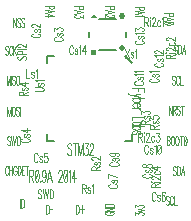
<source format=gto>
G04 DipTrace 2.4.0.2*
%INSTM32small.gto*%
%MOIN*%
%ADD17C,0.006*%
%ADD25O,0.0199X0.0172*%
%ADD35O,0.0189X0.0207*%
%ADD69C,0.0046*%
%ADD70C,0.0044*%
%ADD71C,0.0033*%
%FSLAX44Y44*%
G04*
G70*
G90*
G75*
G01*
%LNTopSilk*%
%LPD*%
D25*
X7862Y9515D3*
X7952Y9238D2*
D17*
X8188Y9001D1*
Y6639D2*
Y6403D1*
X7952D1*
X5353Y6639D2*
Y6403D1*
X5589D1*
Y9238D2*
X5353D1*
Y9001D1*
D35*
X7850Y10586D3*
G36*
X6976Y9265D2*
X6805D1*
Y9434D1*
X6976D1*
Y9265D1*
G37*
G36*
X7018Y10497D2*
X6905Y10639D1*
X6803Y10497D1*
X6799D1*
D1*
X7018D1*
G37*
X7659Y9442D2*
D17*
X7073D1*
X6768Y9894D2*
Y10040D1*
X7663Y10485D2*
X7073D1*
X7978Y10032D2*
Y9894D1*
X8842Y8505D2*
D69*
X8814Y8496D1*
X8785Y8479D1*
X8770Y8462D1*
Y8428D1*
X8785Y8410D1*
X8814Y8393D1*
X8842Y8384D1*
X8885Y8376D1*
X8957D1*
X9000Y8384D1*
X9029Y8393D1*
X9057Y8410D1*
X9072Y8428D1*
Y8462D1*
X9057Y8479D1*
X9029Y8496D1*
X9000Y8505D1*
X8914Y8655D2*
X8885Y8647D1*
X8871Y8621D1*
Y8595D1*
X8885Y8569D1*
X8914Y8560D1*
X8943Y8569D1*
X8957Y8586D1*
X8971Y8629D1*
X8986Y8647D1*
X9015Y8655D1*
X9029D1*
X9057Y8647D1*
X9072Y8621D1*
Y8595D1*
X9057Y8569D1*
X9029Y8560D1*
X8828Y8711D2*
X8814Y8728D1*
X8771Y8754D1*
X9072D1*
X4903Y9995D2*
X4875Y9987D1*
X4846Y9969D1*
X4832Y9952D1*
Y9918D1*
X4846Y9901D1*
X4875Y9884D1*
X4903Y9875D1*
X4947Y9866D1*
X5018D1*
X5061Y9875D1*
X5090Y9884D1*
X5119Y9901D1*
X5133Y9918D1*
Y9952D1*
X5119Y9969D1*
X5090Y9987D1*
X5061Y9995D1*
X4975Y10146D2*
X4947Y10137D1*
X4932Y10111D1*
Y10085D1*
X4947Y10059D1*
X4975Y10051D1*
X5004Y10059D1*
X5018Y10077D1*
X5033Y10120D1*
X5047Y10137D1*
X5076Y10146D1*
X5090D1*
X5119Y10137D1*
X5133Y10111D1*
Y10085D1*
X5119Y10059D1*
X5090Y10051D1*
X4904Y10210D2*
X4889D1*
X4861Y10219D1*
X4846Y10227D1*
X4832Y10244D1*
Y10279D1*
X4846Y10296D1*
X4861Y10304D1*
X4889Y10313D1*
X4918D1*
X4947Y10304D1*
X4990Y10287D1*
X5133Y10201D1*
Y10322D1*
X5645Y9872D2*
X5617Y9864D1*
X5588Y9846D1*
X5574Y9829D1*
Y9795D1*
X5588Y9778D1*
X5617Y9760D1*
X5645Y9752D1*
X5689Y9743D1*
X5760D1*
X5803Y9752D1*
X5832Y9760D1*
X5861Y9778D1*
X5875Y9795D1*
Y9829D1*
X5861Y9846D1*
X5832Y9864D1*
X5803Y9872D1*
X5717Y10023D2*
X5689Y10014D1*
X5674Y9988D1*
Y9962D1*
X5689Y9936D1*
X5717Y9928D1*
X5746Y9936D1*
X5760Y9954D1*
X5775Y9997D1*
X5789Y10014D1*
X5818Y10023D1*
X5832D1*
X5861Y10014D1*
X5875Y9988D1*
Y9962D1*
X5861Y9936D1*
X5832Y9928D1*
X5574Y10095D2*
Y10190D1*
X5689Y10138D1*
Y10164D1*
X5703Y10181D1*
X5717Y10190D1*
X5760Y10199D1*
X5789D1*
X5832Y10190D1*
X5861Y10173D1*
X5875Y10147D1*
Y10121D1*
X5861Y10095D1*
X5846Y10087D1*
X5818Y10078D1*
X4543Y6497D2*
X4514Y6488D1*
X4486Y6471D1*
X4471Y6454D1*
Y6419D1*
X4486Y6402D1*
X4514Y6385D1*
X4543Y6376D1*
X4586Y6368D1*
X4658D1*
X4701Y6376D1*
X4730Y6385D1*
X4758Y6402D1*
X4773Y6419D1*
Y6454D1*
X4758Y6471D1*
X4730Y6488D1*
X4701Y6497D1*
X4615Y6647D2*
X4586Y6639D1*
X4572Y6613D1*
Y6587D1*
X4586Y6561D1*
X4615Y6552D1*
X4643Y6561D1*
X4658Y6578D1*
X4672Y6621D1*
X4686Y6639D1*
X4715Y6647D1*
X4730D1*
X4758Y6639D1*
X4773Y6613D1*
Y6587D1*
X4758Y6561D1*
X4730Y6552D1*
X4773Y6789D2*
X4472D1*
X4672Y6703D1*
Y6832D1*
X5045Y5940D2*
X5037Y5968D1*
X5020Y5997D1*
X5002Y6012D1*
X4968D1*
X4951Y5997D1*
X4934Y5968D1*
X4925Y5940D1*
X4916Y5897D1*
Y5825D1*
X4925Y5782D1*
X4934Y5753D1*
X4951Y5725D1*
X4968Y5710D1*
X5002D1*
X5020Y5725D1*
X5037Y5753D1*
X5045Y5782D1*
X5196Y5868D2*
X5187Y5897D1*
X5161Y5911D1*
X5135D1*
X5110Y5897D1*
X5101Y5868D1*
X5110Y5839D1*
X5127Y5825D1*
X5170Y5811D1*
X5187Y5796D1*
X5196Y5768D1*
Y5753D1*
X5187Y5725D1*
X5161Y5710D1*
X5135D1*
X5110Y5725D1*
X5101Y5753D1*
X5355Y6011D2*
X5269D1*
X5260Y5882D1*
X5269Y5897D1*
X5294Y5911D1*
X5320D1*
X5346Y5897D1*
X5363Y5868D1*
X5372Y5825D1*
Y5796D1*
X5363Y5753D1*
X5346Y5724D1*
X5320Y5710D1*
X5294D1*
X5269Y5724D1*
X5260Y5739D1*
X5251Y5768D1*
X8973Y4646D2*
X8964Y4674D1*
X8947Y4703D1*
X8930Y4717D1*
X8895D1*
X8878Y4703D1*
X8861Y4674D1*
X8852Y4646D1*
X8844Y4603D1*
Y4531D1*
X8852Y4488D1*
X8861Y4459D1*
X8878Y4431D1*
X8895Y4416D1*
X8930D1*
X8947Y4431D1*
X8964Y4459D1*
X8973Y4488D1*
X9123Y4574D2*
X9114Y4603D1*
X9089Y4617D1*
X9063D1*
X9037Y4603D1*
X9028Y4574D1*
X9037Y4545D1*
X9054Y4531D1*
X9097Y4516D1*
X9114Y4502D1*
X9123Y4473D1*
Y4459D1*
X9114Y4431D1*
X9089Y4416D1*
X9063D1*
X9037Y4431D1*
X9028Y4459D1*
X9282Y4674D2*
X9273Y4703D1*
X9247Y4717D1*
X9230D1*
X9204Y4703D1*
X9187Y4660D1*
X9179Y4588D1*
Y4516D1*
X9187Y4459D1*
X9204Y4430D1*
X9230Y4416D1*
X9239D1*
X9264Y4430D1*
X9282Y4459D1*
X9290Y4502D1*
Y4516D1*
X9282Y4560D1*
X9264Y4588D1*
X9239Y4602D1*
X9230D1*
X9204Y4588D1*
X9187Y4560D1*
X9179Y4516D1*
X7469Y4974D2*
X7441Y4965D1*
X7412Y4948D1*
X7397Y4931D1*
Y4897D1*
X7412Y4879D1*
X7441Y4862D1*
X7469Y4853D1*
X7512Y4845D1*
X7584D1*
X7627Y4853D1*
X7656Y4862D1*
X7684Y4879D1*
X7699Y4897D1*
Y4931D1*
X7684Y4948D1*
X7656Y4965D1*
X7627Y4974D1*
X7541Y5124D2*
X7512Y5116D1*
X7498Y5090D1*
Y5064D1*
X7512Y5038D1*
X7541Y5030D1*
X7570Y5038D1*
X7584Y5055D1*
X7598Y5098D1*
X7613Y5116D1*
X7642Y5124D1*
X7656D1*
X7684Y5116D1*
X7699Y5090D1*
Y5064D1*
X7684Y5038D1*
X7656Y5030D1*
X7699Y5214D2*
X7398Y5300D1*
Y5180D1*
X8609Y5321D2*
X8581Y5313D1*
X8552Y5296D1*
X8538Y5279D1*
Y5244D1*
X8552Y5227D1*
X8581Y5210D1*
X8609Y5201D1*
X8653Y5192D1*
X8725D1*
X8767Y5201D1*
X8796Y5210D1*
X8825Y5227D1*
X8839Y5244D1*
Y5279D1*
X8825Y5296D1*
X8796Y5313D1*
X8767Y5321D1*
X8681Y5472D2*
X8653Y5463D1*
X8638Y5437D1*
Y5411D1*
X8653Y5386D1*
X8681Y5377D1*
X8710Y5386D1*
X8725Y5403D1*
X8739Y5446D1*
X8753Y5463D1*
X8782Y5472D1*
X8796D1*
X8825Y5463D1*
X8839Y5437D1*
Y5411D1*
X8825Y5386D1*
X8796Y5377D1*
X8538Y5570D2*
X8552Y5545D1*
X8581Y5536D1*
X8610D1*
X8638Y5545D1*
X8653Y5562D1*
X8667Y5596D1*
X8681Y5622D1*
X8710Y5639D1*
X8739Y5648D1*
X8782D1*
X8810Y5639D1*
X8825Y5631D1*
X8839Y5605D1*
Y5570D1*
X8825Y5545D1*
X8810Y5536D1*
X8782Y5527D1*
X8739D1*
X8710Y5536D1*
X8681Y5553D1*
X8667Y5579D1*
X8653Y5613D1*
X8638Y5631D1*
X8610Y5639D1*
X8581D1*
X8552Y5631D1*
X8538Y5605D1*
Y5570D1*
X7509Y5706D2*
X7481Y5698D1*
X7452Y5681D1*
X7437Y5663D1*
Y5629D1*
X7452Y5612D1*
X7481Y5595D1*
X7509Y5586D1*
X7552Y5577D1*
X7624D1*
X7667Y5586D1*
X7696Y5595D1*
X7724Y5612D1*
X7739Y5629D1*
Y5663D1*
X7724Y5681D1*
X7696Y5698D1*
X7667Y5706D1*
X7581Y5857D2*
X7552Y5848D1*
X7538Y5822D1*
Y5796D1*
X7552Y5771D1*
X7581Y5762D1*
X7610Y5771D1*
X7624Y5788D1*
X7638Y5831D1*
X7653Y5848D1*
X7682Y5857D1*
X7696D1*
X7724Y5848D1*
X7739Y5822D1*
Y5796D1*
X7724Y5771D1*
X7696Y5762D1*
X7538Y6024D2*
X7581Y6016D1*
X7610Y5998D1*
X7624Y5973D1*
Y5964D1*
X7610Y5938D1*
X7581Y5921D1*
X7538Y5912D1*
X7524D1*
X7481Y5921D1*
X7452Y5938D1*
X7438Y5964D1*
Y5973D1*
X7452Y5998D1*
X7481Y6016D1*
X7538Y6024D1*
X7610D1*
X7682Y6016D1*
X7725Y5998D1*
X7739Y5973D1*
Y5955D1*
X7725Y5930D1*
X7696Y5921D1*
X8725Y6222D2*
X8716Y6250D1*
X8699Y6279D1*
X8682Y6293D1*
X8647D1*
X8630Y6279D1*
X8613Y6250D1*
X8604Y6222D1*
X8595Y6179D1*
Y6107D1*
X8604Y6064D1*
X8613Y6035D1*
X8630Y6007D1*
X8647Y5992D1*
X8682D1*
X8699Y6007D1*
X8716Y6035D1*
X8725Y6064D1*
X8875Y6150D2*
X8866Y6179D1*
X8840Y6193D1*
X8815D1*
X8789Y6179D1*
X8780Y6150D1*
X8789Y6121D1*
X8806Y6107D1*
X8849Y6092D1*
X8866Y6078D1*
X8875Y6049D1*
Y6035D1*
X8866Y6007D1*
X8840Y5992D1*
X8815D1*
X8789Y6007D1*
X8780Y6035D1*
X8930Y6236D2*
X8948Y6250D1*
X8974Y6293D1*
Y5992D1*
X9081Y6293D2*
X9055Y6279D1*
X9038Y6236D1*
X9029Y6164D1*
Y6121D1*
X9038Y6049D1*
X9055Y6006D1*
X9081Y5992D1*
X9098D1*
X9124Y6006D1*
X9141Y6049D1*
X9150Y6121D1*
Y6164D1*
X9141Y6236D1*
X9124Y6279D1*
X9098Y6293D1*
X9081D1*
X9141Y6236D2*
X9038Y6049D1*
X8331Y8407D2*
X8302Y8398D1*
X8273Y8381D1*
X8259Y8364D1*
Y8329D1*
X8273Y8312D1*
X8302Y8295D1*
X8331Y8286D1*
X8374Y8278D1*
X8446D1*
X8489Y8286D1*
X8517Y8295D1*
X8546Y8312D1*
X8561Y8329D1*
Y8364D1*
X8546Y8381D1*
X8517Y8398D1*
X8489Y8407D1*
X8403Y8557D2*
X8374Y8549D1*
X8360Y8523D1*
Y8497D1*
X8374Y8471D1*
X8403Y8462D1*
X8431Y8471D1*
X8446Y8488D1*
X8460Y8531D1*
X8474Y8549D1*
X8503Y8557D1*
X8517D1*
X8546Y8549D1*
X8561Y8523D1*
Y8497D1*
X8546Y8471D1*
X8517Y8462D1*
X8317Y8613D2*
X8302Y8630D1*
X8259Y8656D1*
X8561D1*
X8317Y8711D2*
X8302Y8729D1*
X8259Y8755D1*
X8561D1*
X9000Y9017D2*
X8972Y9009D1*
X8943Y8991D1*
X8929Y8974D1*
Y8940D1*
X8943Y8923D1*
X8972Y8905D1*
X9000Y8897D1*
X9043Y8888D1*
X9115D1*
X9158Y8897D1*
X9187Y8905D1*
X9215Y8923D1*
X9230Y8940D1*
Y8974D1*
X9215Y8991D1*
X9187Y9009D1*
X9158Y9017D1*
X9072Y9168D2*
X9043Y9159D1*
X9029Y9133D1*
Y9107D1*
X9043Y9081D1*
X9072Y9073D1*
X9101Y9081D1*
X9115Y9099D1*
X9130Y9142D1*
X9144Y9159D1*
X9173Y9168D1*
X9187D1*
X9215Y9159D1*
X9230Y9133D1*
Y9107D1*
X9215Y9081D1*
X9187Y9073D1*
X8986Y9223D2*
X8972Y9240D1*
X8929Y9266D1*
X9230D1*
X9001Y9331D2*
X8986D1*
X8957Y9339D1*
X8943Y9348D1*
X8929Y9365D1*
Y9399D1*
X8943Y9417D1*
X8957Y9425D1*
X8986Y9434D1*
X9015D1*
X9044Y9425D1*
X9086Y9408D1*
X9230Y9322D1*
Y9442D1*
X8347Y9772D2*
X8319Y9763D1*
X8290Y9746D1*
X8276Y9729D1*
Y9694D1*
X8290Y9677D1*
X8319Y9660D1*
X8347Y9651D1*
X8390Y9643D1*
X8462D1*
X8505Y9651D1*
X8534Y9660D1*
X8562Y9677D1*
X8577Y9694D1*
Y9729D1*
X8562Y9746D1*
X8534Y9763D1*
X8505Y9772D1*
X8419Y9922D2*
X8390Y9914D1*
X8376Y9888D1*
Y9862D1*
X8390Y9836D1*
X8419Y9827D1*
X8448Y9836D1*
X8462Y9853D1*
X8477Y9896D1*
X8491Y9914D1*
X8520Y9922D1*
X8534D1*
X8562Y9914D1*
X8577Y9888D1*
Y9862D1*
X8562Y9836D1*
X8534Y9827D1*
X8333Y9978D2*
X8319Y9995D1*
X8276Y10021D1*
X8577D1*
X8276Y10094D2*
Y10188D1*
X8391Y10137D1*
Y10163D1*
X8405Y10180D1*
X8419Y10188D1*
X8462Y10197D1*
X8491D1*
X8534Y10188D1*
X8563Y10171D1*
X8577Y10145D1*
Y10119D1*
X8563Y10094D1*
X8548Y10085D1*
X8520Y10076D1*
X6220Y9527D2*
X6211Y9555D1*
X6194Y9584D1*
X6177Y9598D1*
X6142D1*
X6125Y9584D1*
X6108Y9555D1*
X6099Y9527D1*
X6091Y9484D1*
Y9412D1*
X6099Y9369D1*
X6108Y9340D1*
X6125Y9311D1*
X6142Y9297D1*
X6177D1*
X6194Y9311D1*
X6211Y9340D1*
X6220Y9369D1*
X6370Y9455D2*
X6362Y9484D1*
X6336Y9498D1*
X6310D1*
X6284Y9484D1*
X6275Y9455D1*
X6284Y9426D1*
X6301Y9412D1*
X6344Y9397D1*
X6362Y9383D1*
X6370Y9354D1*
Y9340D1*
X6362Y9311D1*
X6336Y9297D1*
X6310D1*
X6284Y9311D1*
X6275Y9340D1*
X6426Y9541D2*
X6443Y9555D1*
X6469Y9598D1*
Y9297D1*
X6611D2*
Y9598D1*
X6524Y9397D1*
X6654D1*
X4664Y8821D2*
Y8520D1*
X4768D1*
X4918Y8677D2*
X4909Y8706D1*
X4883Y8720D1*
X4858D1*
X4832Y8706D1*
X4823Y8677D1*
X4832Y8649D1*
X4849Y8634D1*
X4892Y8620D1*
X4909Y8606D1*
X4918Y8577D1*
Y8563D1*
X4909Y8534D1*
X4883Y8520D1*
X4858D1*
X4832Y8534D1*
X4823Y8563D1*
X4973Y8763D2*
X4991Y8778D1*
X5017Y8821D1*
Y8520D1*
X8602Y10396D2*
X8680D1*
X8705Y10411D1*
X8714Y10425D1*
X8723Y10453D1*
Y10482D1*
X8714Y10511D1*
X8705Y10525D1*
X8680Y10540D1*
X8602D1*
Y10238D1*
X8663Y10396D2*
X8723Y10238D1*
X8778Y10540D2*
X8787Y10525D1*
X8796Y10540D1*
X8787Y10554D1*
X8778Y10540D1*
X8787Y10439D2*
Y10238D1*
X8860Y10468D2*
Y10482D1*
X8869Y10511D1*
X8877Y10525D1*
X8894Y10539D1*
X8929D1*
X8946Y10525D1*
X8955Y10511D1*
X8963Y10482D1*
Y10453D1*
X8955Y10424D1*
X8937Y10382D1*
X8851Y10238D1*
X8972D1*
X9131Y10396D2*
X9114Y10425D1*
X9096Y10439D1*
X9071D1*
X9053Y10425D1*
X9036Y10396D1*
X9027Y10353D1*
Y10324D1*
X9036Y10281D1*
X9053Y10253D1*
X9071Y10238D1*
X9096D1*
X9114Y10253D1*
X9131Y10281D1*
X9186Y10482D2*
X9204Y10496D1*
X9230Y10539D1*
Y10238D1*
X9458Y9174D2*
Y9252D1*
X9444Y9277D1*
X9429Y9286D1*
X9401Y9295D1*
X9372D1*
X9343Y9286D1*
X9329Y9277D1*
X9315Y9252D1*
Y9174D1*
X9616D1*
X9458Y9234D2*
X9616Y9295D1*
X9315Y9350D2*
X9329Y9359D1*
X9315Y9368D1*
X9300Y9359D1*
X9315Y9350D1*
X9415Y9359D2*
X9616D1*
X9387Y9432D2*
X9372D1*
X9343Y9440D1*
X9329Y9449D1*
X9315Y9466D1*
Y9501D1*
X9329Y9518D1*
X9343Y9526D1*
X9372Y9535D1*
X9401D1*
X9430Y9526D1*
X9472Y9509D1*
X9616Y9423D1*
Y9544D1*
X9458Y9703D2*
X9429Y9685D1*
X9415Y9668D1*
Y9643D1*
X9429Y9625D1*
X9458Y9608D1*
X9501Y9599D1*
X9530D1*
X9573Y9608D1*
X9601Y9625D1*
X9616Y9643D1*
Y9668D1*
X9601Y9685D1*
X9573Y9703D1*
X9387Y9767D2*
X9372D1*
X9343Y9776D1*
X9329Y9784D1*
X9315Y9802D1*
Y9836D1*
X9329Y9853D1*
X9343Y9862D1*
X9372Y9870D1*
X9401D1*
X9430Y9862D1*
X9472Y9845D1*
X9616Y9758D1*
Y9879D1*
X8403Y6549D2*
X8480D1*
X8506Y6564D1*
X8515Y6578D1*
X8523Y6607D1*
Y6636D1*
X8515Y6664D1*
X8506Y6679D1*
X8480Y6693D1*
X8403D1*
Y6392D1*
X8463Y6549D2*
X8523Y6392D1*
X8579Y6693D2*
X8587Y6679D1*
X8596Y6693D1*
X8587Y6708D1*
X8579Y6693D1*
X8587Y6593D2*
Y6392D1*
X8660Y6621D2*
Y6635D1*
X8669Y6664D1*
X8677Y6678D1*
X8695Y6693D1*
X8729D1*
X8746Y6678D1*
X8755Y6664D1*
X8764Y6635D1*
Y6607D1*
X8755Y6578D1*
X8738Y6535D1*
X8652Y6392D1*
X8772D1*
X8931Y6549D2*
X8914Y6578D1*
X8897Y6593D1*
X8871D1*
X8854Y6578D1*
X8836Y6549D1*
X8828Y6506D1*
Y6478D1*
X8836Y6435D1*
X8854Y6406D1*
X8871Y6392D1*
X8897D1*
X8914Y6406D1*
X8931Y6435D1*
X9004Y6693D2*
X9099D1*
X9047Y6578D1*
X9073D1*
X9090Y6564D1*
X9099Y6549D1*
X9107Y6506D1*
Y6478D1*
X9099Y6435D1*
X9081Y6406D1*
X9056Y6392D1*
X9030D1*
X9004Y6406D1*
X8996Y6420D1*
X8987Y6449D1*
X8968Y4877D2*
Y4955D1*
X8954Y4981D1*
X8940Y4989D1*
X8911Y4998D1*
X8882D1*
X8854Y4989D1*
X8839Y4981D1*
X8825Y4955D1*
Y4877D1*
X9126D1*
X8968Y4938D2*
X9126Y4998D1*
X8825Y5053D2*
X8839Y5062D1*
X8825Y5071D1*
X8810Y5062D1*
X8825Y5053D1*
X8925Y5062D2*
X9126D1*
X8897Y5135D2*
X8882D1*
X8854Y5144D1*
X8839Y5152D1*
X8825Y5169D1*
Y5204D1*
X8839Y5221D1*
X8854Y5230D1*
X8882Y5238D1*
X8911D1*
X8940Y5230D1*
X8983Y5212D1*
X9126Y5126D1*
Y5247D1*
X8968Y5406D2*
X8940Y5389D1*
X8925Y5371D1*
Y5346D1*
X8940Y5328D1*
X8968Y5311D1*
X9011Y5302D1*
X9040D1*
X9083Y5311D1*
X9112Y5328D1*
X9126Y5346D1*
Y5371D1*
X9112Y5389D1*
X9083Y5406D1*
X9126Y5548D2*
X8825D1*
X9026Y5462D1*
Y5591D1*
X6527Y4833D2*
X6604D1*
X6630Y4848D1*
X6639Y4862D1*
X6647Y4891D1*
Y4920D1*
X6639Y4948D1*
X6630Y4963D1*
X6604Y4977D1*
X6527D1*
Y4676D1*
X6587Y4833D2*
X6647Y4676D1*
X6798Y4833D2*
X6789Y4862D1*
X6763Y4877D1*
X6737D1*
X6712Y4862D1*
X6703Y4833D1*
X6712Y4805D1*
X6729Y4790D1*
X6772Y4776D1*
X6789Y4762D1*
X6798Y4733D1*
Y4719D1*
X6789Y4690D1*
X6763Y4676D1*
X6737D1*
X6712Y4690D1*
X6703Y4719D1*
X6853Y4919D2*
X6871Y4934D1*
X6896Y4977D1*
Y4676D1*
X6974Y5451D2*
Y5529D1*
X6959Y5555D1*
X6945Y5563D1*
X6916Y5572D1*
X6887D1*
X6859Y5563D1*
X6844Y5555D1*
X6830Y5529D1*
Y5451D1*
X7131D1*
X6974Y5512D2*
X7131Y5572D1*
X6974Y5722D2*
X6945Y5714D1*
X6931Y5688D1*
Y5662D1*
X6945Y5636D1*
X6974Y5627D1*
X7002Y5636D1*
X7017Y5653D1*
X7031Y5696D1*
X7045Y5714D1*
X7074Y5722D1*
X7088D1*
X7117Y5714D1*
X7131Y5688D1*
Y5662D1*
X7117Y5636D1*
X7088Y5627D1*
X6902Y5787D2*
X6888D1*
X6859Y5795D1*
X6845Y5804D1*
X6830Y5821D1*
Y5855D1*
X6845Y5872D1*
X6859Y5881D1*
X6888Y5890D1*
X6916D1*
X6945Y5881D1*
X6988Y5864D1*
X7131Y5778D1*
Y5898D1*
X8625Y6979D2*
Y7057D1*
X8610Y7083D1*
X8596Y7091D1*
X8567Y7100D1*
X8538D1*
X8510Y7091D1*
X8495Y7083D1*
X8481Y7057D1*
Y6979D1*
X8782D1*
X8625Y7040D2*
X8782Y7100D1*
X8625Y7250D2*
X8596Y7242D1*
X8581Y7216D1*
Y7190D1*
X8596Y7164D1*
X8625Y7155D1*
X8653Y7164D1*
X8668Y7181D1*
X8682Y7224D1*
X8696Y7242D1*
X8725Y7250D1*
X8739D1*
X8768Y7242D1*
X8782Y7216D1*
Y7190D1*
X8768Y7164D1*
X8739Y7155D1*
X8481Y7323D2*
Y7418D1*
X8596Y7366D1*
Y7392D1*
X8610Y7409D1*
X8625Y7418D1*
X8668Y7426D1*
X8696D1*
X8739Y7418D1*
X8768Y7400D1*
X8782Y7375D1*
Y7349D1*
X8768Y7323D1*
X8754Y7315D1*
X8725Y7306D1*
X4554Y7932D2*
Y8009D1*
X4539Y8035D1*
X4525Y8044D1*
X4497Y8052D1*
X4468D1*
X4439Y8044D1*
X4425Y8035D1*
X4410Y8009D1*
Y7932D1*
X4712D1*
X4554Y7992D2*
X4712Y8052D1*
X4554Y8203D2*
X4525Y8194D1*
X4511Y8168D1*
Y8142D1*
X4525Y8117D1*
X4554Y8108D1*
X4583Y8117D1*
X4597Y8134D1*
X4611Y8177D1*
X4626Y8194D1*
X4655Y8203D1*
X4669D1*
X4697Y8194D1*
X4712Y8168D1*
Y8142D1*
X4697Y8117D1*
X4669Y8108D1*
X4712Y8344D2*
X4411D1*
X4611Y8258D1*
Y8387D1*
X8918Y6826D2*
Y6903D1*
X8904Y6929D1*
X8889Y6938D1*
X8861Y6946D1*
X8832D1*
X8803Y6938D1*
X8789Y6929D1*
X8775Y6903D1*
Y6826D1*
X9076D1*
X8918Y6886D2*
X9076Y6946D1*
X8918Y7097D2*
X8889Y7088D1*
X8875Y7062D1*
Y7036D1*
X8889Y7011D1*
X8918Y7002D1*
X8947Y7011D1*
X8961Y7028D1*
X8976Y7071D1*
X8990Y7088D1*
X9019Y7097D1*
X9033D1*
X9061Y7088D1*
X9076Y7062D1*
Y7036D1*
X9061Y7011D1*
X9033Y7002D1*
X8775Y7256D2*
Y7170D1*
X8904Y7161D1*
X8890Y7170D1*
X8875Y7196D1*
Y7221D1*
X8890Y7247D1*
X8918Y7264D1*
X8961Y7273D1*
X8990D1*
X9033Y7264D1*
X9062Y7247D1*
X9076Y7221D1*
Y7196D1*
X9062Y7170D1*
X9047Y7161D1*
X9019Y7152D1*
X4412Y9246D2*
X4384Y9229D1*
X4369Y9203D1*
Y9169D1*
X4384Y9143D1*
X4412Y9126D1*
X4441D1*
X4470Y9134D1*
X4484Y9143D1*
X4498Y9160D1*
X4527Y9212D1*
X4541Y9229D1*
X4556Y9238D1*
X4585Y9246D1*
X4628D1*
X4656Y9229D1*
X4671Y9203D1*
Y9169D1*
X4656Y9143D1*
X4628Y9126D1*
X4527Y9302D2*
Y9379D1*
X4513Y9405D1*
X4498Y9414D1*
X4470Y9422D1*
X4427D1*
X4398Y9414D1*
X4384Y9405D1*
X4369Y9379D1*
Y9302D1*
X4671D1*
X4369Y9478D2*
X4671D1*
X4441Y9542D2*
X4427D1*
X4398Y9551D1*
X4384Y9559D1*
X4370Y9577D1*
Y9611D1*
X4384Y9628D1*
X4398Y9637D1*
X4427Y9646D1*
X4456D1*
X4484Y9637D1*
X4527Y9620D1*
X4671Y9534D1*
Y9654D1*
X5160Y4759D2*
X5143Y4788D1*
X5117Y4802D1*
X5083D1*
X5057Y4788D1*
X5040Y4759D1*
Y4731D1*
X5049Y4702D1*
X5057Y4687D1*
X5074Y4673D1*
X5126Y4644D1*
X5143Y4630D1*
X5152Y4615D1*
X5160Y4587D1*
Y4544D1*
X5143Y4515D1*
X5117Y4501D1*
X5083D1*
X5057Y4515D1*
X5040Y4544D1*
X5216Y4802D2*
X5259Y4501D1*
X5302Y4802D1*
X5345Y4501D1*
X5388Y4802D1*
X5444D2*
Y4501D1*
X5504D1*
X5530Y4515D1*
X5547Y4544D1*
X5556Y4573D1*
X5564Y4615D1*
Y4687D1*
X5556Y4731D1*
X5547Y4759D1*
X5530Y4788D1*
X5504Y4802D1*
X5444D1*
X4948Y8078D2*
X5163D1*
X5206Y8087D1*
X5235Y8104D1*
X5249Y8130D1*
Y8147D1*
X5235Y8173D1*
X5206Y8190D1*
X5163Y8199D1*
X4948D1*
X5091Y8349D2*
X5062Y8341D1*
X5048Y8315D1*
Y8289D1*
X5062Y8263D1*
X5091Y8254D1*
X5120Y8263D1*
X5134Y8280D1*
X5149Y8323D1*
X5163Y8341D1*
X5192Y8349D1*
X5206D1*
X5235Y8341D1*
X5249Y8315D1*
Y8289D1*
X5235Y8263D1*
X5206Y8254D1*
X5005Y8405D2*
X4991Y8422D1*
X4948Y8448D1*
X5249D1*
X7964Y9484D2*
X8084Y9182D1*
Y9484D2*
X7964Y9182D1*
X8235Y9340D2*
X8226Y9369D1*
X8200Y9383D1*
X8174D1*
X8148Y9369D1*
X8140Y9340D1*
X8148Y9312D1*
X8166Y9297D1*
X8209Y9283D1*
X8226Y9269D1*
X8235Y9240D1*
Y9226D1*
X8226Y9197D1*
X8200Y9182D1*
X8174D1*
X8148Y9197D1*
X8140Y9226D1*
X8290Y9426D2*
X8308Y9441D1*
X8333Y9484D1*
Y9182D1*
X8595Y8045D2*
D70*
Y8170D1*
X8193D1*
X8404D2*
Y8093D1*
X8461Y7992D2*
X8193Y7935D1*
X8117Y7954D1*
X8078Y7973D1*
X8059Y7992D1*
Y8002D1*
X8461Y7877D2*
X8193Y7935D1*
X8595Y7833D2*
X8193D1*
X8404D2*
X8442Y7814D1*
X8461Y7795D1*
Y7766D1*
X8442Y7747D1*
X8404Y7728D1*
X8346Y7719D1*
X8308D1*
X8251Y7728D1*
X8213Y7747D1*
X8193Y7766D1*
Y7795D1*
X8213Y7814D1*
X8251Y7833D1*
X8346Y7675D2*
Y7560D1*
X8385D1*
X8423Y7570D1*
X8442Y7579D1*
X8461Y7598D1*
Y7627D1*
X8442Y7646D1*
X8404Y7665D1*
X8346Y7675D1*
X8308D1*
X8251Y7665D1*
X8213Y7646D1*
X8193Y7627D1*
Y7598D1*
X8213Y7579D1*
X8251Y7560D1*
X8461Y7516D2*
X8193D1*
X8346D2*
X8404Y7507D1*
X8442Y7488D1*
X8461Y7468D1*
Y7440D1*
X8595Y7220D2*
X8193D1*
Y7105D1*
X8461Y6946D2*
X8193D1*
X8404D2*
X8442Y6965D1*
X8461Y6985D1*
Y7013D1*
X8442Y7032D1*
X8404Y7051D1*
X8346Y7061D1*
X8308D1*
X8251Y7051D1*
X8213Y7032D1*
X8193Y7013D1*
Y6985D1*
X8213Y6965D1*
X8251Y6946D1*
X8595Y6903D2*
X8193D1*
X8404D2*
X8442Y6883D1*
X8461Y6864D1*
Y6836D1*
X8442Y6817D1*
X8404Y6797D1*
X8346Y6788D1*
X8308D1*
X8251Y6797D1*
X8213Y6817D1*
X8193Y6836D1*
Y6864D1*
X8213Y6883D1*
X8251Y6903D1*
X8404Y6639D2*
X8442Y6648D1*
X8461Y6677D1*
Y6706D1*
X8442Y6735D1*
X8404Y6744D1*
X8366Y6735D1*
X8346Y6715D1*
X8327Y6668D1*
X8308Y6648D1*
X8270Y6639D1*
X8251D1*
X8213Y6648D1*
X8193Y6677D1*
Y6706D1*
X8213Y6735D1*
X8251Y6744D1*
X4765Y5259D2*
X4851D1*
X4880Y5278D1*
X4890Y5297D1*
X4899Y5335D1*
Y5374D1*
X4890Y5412D1*
X4880Y5431D1*
X4851Y5450D1*
X4765D1*
Y5048D1*
X4832Y5259D2*
X4899Y5048D1*
X5000Y5450D2*
X4972Y5431D1*
X4952Y5373D1*
X4943Y5278D1*
Y5220D1*
X4952Y5125D1*
X4972Y5067D1*
X5000Y5048D1*
X5019D1*
X5048Y5067D1*
X5067Y5125D1*
X5077Y5220D1*
Y5278D1*
X5067Y5373D1*
X5048Y5431D1*
X5019Y5450D1*
X5000D1*
X5067Y5373D2*
X4952Y5125D1*
X5130Y5087D2*
X5121Y5067D1*
X5130Y5048D1*
X5140Y5067D1*
X5130Y5087D1*
X5308Y5316D2*
X5298Y5259D1*
X5279Y5220D1*
X5251Y5201D1*
X5241D1*
X5212Y5220D1*
X5193Y5259D1*
X5184Y5316D1*
Y5335D1*
X5193Y5393D1*
X5212Y5431D1*
X5241Y5450D1*
X5251D1*
X5279Y5431D1*
X5298Y5393D1*
X5308Y5316D1*
Y5220D1*
X5298Y5125D1*
X5279Y5067D1*
X5251Y5048D1*
X5232D1*
X5203Y5067D1*
X5193Y5106D1*
X5505Y5048D2*
X5428Y5450D1*
X5352Y5048D1*
X5381Y5182D2*
X5476D1*
X5735Y5354D2*
Y5373D1*
X5744Y5412D1*
X5754Y5431D1*
X5773Y5450D1*
X5811D1*
X5830Y5431D1*
X5840Y5412D1*
X5850Y5373D1*
Y5335D1*
X5840Y5297D1*
X5821Y5240D1*
X5725Y5048D1*
X5859D1*
X5960Y5450D2*
X5932Y5431D1*
X5912Y5373D1*
X5903Y5278D1*
Y5220D1*
X5912Y5125D1*
X5932Y5067D1*
X5960Y5048D1*
X5979D1*
X6008Y5067D1*
X6027Y5125D1*
X6037Y5220D1*
Y5278D1*
X6027Y5373D1*
X6008Y5431D1*
X5979Y5450D1*
X5960D1*
X6027Y5373D2*
X5912Y5125D1*
X6081Y5373D2*
X6100Y5393D1*
X6129Y5450D1*
Y5048D1*
X6268D2*
Y5450D1*
X6172Y5182D1*
X6316D1*
X6170Y6286D2*
X6151Y6324D1*
X6122Y6343D1*
X6084D1*
X6055Y6324D1*
X6036Y6286D1*
Y6248D1*
X6046Y6209D1*
X6055Y6190D1*
X6074Y6171D1*
X6132Y6133D1*
X6151Y6114D1*
X6160Y6095D1*
X6170Y6056D1*
Y5999D1*
X6151Y5961D1*
X6122Y5942D1*
X6084D1*
X6055Y5961D1*
X6036Y5999D1*
X6281Y6343D2*
Y5942D1*
X6214Y6343D2*
X6348D1*
X6544Y5942D2*
Y6343D1*
X6468Y5942D1*
X6391Y6343D1*
Y5942D1*
X6607Y6343D2*
X6712D1*
X6655Y6190D1*
X6684D1*
X6703Y6171D1*
X6712Y6152D1*
X6722Y6095D1*
Y6056D1*
X6712Y5999D1*
X6693Y5961D1*
X6665Y5942D1*
X6636D1*
X6607Y5961D1*
X6598Y5980D1*
X6588Y6018D1*
X6776Y6247D2*
Y6267D1*
X6785Y6305D1*
X6795Y6324D1*
X6814Y6343D1*
X6852D1*
X6871Y6324D1*
X6881Y6305D1*
X6890Y6267D1*
Y6228D1*
X6881Y6190D1*
X6862Y6133D1*
X6766Y5942D1*
X6900D1*
X8277Y3954D2*
D71*
Y4033D1*
X8392Y3990D1*
Y4011D1*
X8406Y4025D1*
X8420Y4033D1*
X8463Y4040D1*
X8492D1*
X8535Y4033D1*
X8564Y4018D1*
X8578Y3997D1*
Y3975D1*
X8564Y3954D1*
X8549Y3947D1*
X8521Y3939D1*
X8377Y4073D2*
X8578Y4116D1*
X8377Y4159D1*
X8277Y4206D2*
Y4285D1*
X8392Y4242D1*
Y4263D1*
X8406Y4278D1*
X8420Y4285D1*
X8463Y4292D1*
X8492D1*
X8535Y4285D1*
X8564Y4270D1*
X8578Y4249D1*
Y4227D1*
X8564Y4206D1*
X8549Y4199D1*
X8521Y4192D1*
X7353Y4063D2*
X7325Y4056D1*
X7296Y4041D1*
X7282Y4027D1*
Y3999D1*
X7296Y3984D1*
X7325Y3970D1*
X7353Y3963D1*
X7396Y3955D1*
X7468D1*
X7511Y3963D1*
X7540Y3970D1*
X7569Y3984D1*
X7583Y3999D1*
Y4027D1*
X7569Y4041D1*
X7540Y4056D1*
X7511Y4063D1*
X7468D1*
Y4027D1*
X7282Y4196D2*
X7583D1*
X7282Y4096D1*
X7583D1*
X7282Y4229D2*
X7583D1*
Y4279D1*
X7569Y4301D1*
X7540Y4315D1*
X7511Y4322D1*
X7468Y4330D1*
X7396D1*
X7353Y4322D1*
X7325Y4315D1*
X7296Y4301D1*
X7282Y4279D1*
Y4229D1*
X6313Y4290D2*
Y3988D1*
X6363D1*
X6385Y4003D1*
X6399Y4031D1*
X6406Y4060D1*
X6413Y4103D1*
Y4175D1*
X6406Y4218D1*
X6399Y4247D1*
X6385Y4275D1*
X6363Y4290D1*
X6313D1*
X6511Y4268D2*
Y4010D1*
X6446Y4139D2*
X6575D1*
X5319Y4284D2*
Y3982D1*
X5370D1*
X5391Y3997D1*
X5406Y4025D1*
X5413Y4054D1*
X5420Y4097D1*
Y4169D1*
X5413Y4212D1*
X5406Y4240D1*
X5391Y4269D1*
X5370Y4284D1*
X5319D1*
X5453Y4133D2*
X5536D1*
X4454Y4485D2*
Y4184D1*
X4487Y4485D2*
Y4184D1*
X4537D1*
X4559Y4198D1*
X4573Y4227D1*
X4580Y4256D1*
X4587Y4299D1*
Y4370D1*
X4580Y4414D1*
X4573Y4442D1*
X4559Y4471D1*
X4537Y4485D1*
X4487D1*
X9687Y9576D2*
X9673Y9605D1*
X9651Y9619D1*
X9623D1*
X9601Y9605D1*
X9587Y9576D1*
Y9547D1*
X9594Y9518D1*
X9601Y9504D1*
X9615Y9490D1*
X9659Y9461D1*
X9673Y9447D1*
X9680Y9432D1*
X9687Y9404D1*
Y9360D1*
X9673Y9332D1*
X9651Y9317D1*
X9623D1*
X9601Y9332D1*
X9587Y9360D1*
X9720Y9619D2*
Y9317D1*
X9770D1*
X9792Y9332D1*
X9806Y9360D1*
X9813Y9389D1*
X9820Y9432D1*
Y9504D1*
X9813Y9547D1*
X9806Y9576D1*
X9792Y9605D1*
X9770Y9619D1*
X9720D1*
X9968Y9317D2*
X9911Y9619D1*
X9853Y9317D1*
X9875Y9418D2*
X9947D1*
X9622Y8549D2*
X9608Y8578D1*
X9586Y8592D1*
X9557D1*
X9536Y8578D1*
X9521Y8549D1*
Y8520D1*
X9529Y8491D1*
X9536Y8477D1*
X9550Y8463D1*
X9593Y8434D1*
X9608Y8420D1*
X9615Y8405D1*
X9622Y8377D1*
Y8334D1*
X9608Y8305D1*
X9586Y8290D1*
X9557D1*
X9536Y8305D1*
X9521Y8334D1*
X9762Y8520D2*
X9755Y8549D1*
X9741Y8578D1*
X9726Y8592D1*
X9698D1*
X9683Y8578D1*
X9669Y8549D1*
X9662Y8520D1*
X9655Y8477D1*
Y8405D1*
X9662Y8362D1*
X9669Y8334D1*
X9683Y8305D1*
X9698Y8290D1*
X9726D1*
X9741Y8305D1*
X9755Y8334D1*
X9762Y8362D1*
X9795Y8592D2*
Y8290D1*
X9881D1*
X9653Y5532D2*
X9638Y5561D1*
X9617Y5575D1*
X9588D1*
X9567Y5561D1*
X9552Y5532D1*
Y5503D1*
X9559Y5474D1*
X9567Y5460D1*
X9581Y5446D1*
X9624Y5417D1*
X9638Y5403D1*
X9646Y5388D1*
X9653Y5360D1*
Y5317D1*
X9638Y5288D1*
X9617Y5274D1*
X9588D1*
X9567Y5288D1*
X9552Y5317D1*
X9685Y5575D2*
Y5274D1*
X9736D1*
X9757Y5288D1*
X9772Y5317D1*
X9779Y5345D1*
X9786Y5388D1*
Y5460D1*
X9779Y5503D1*
X9772Y5532D1*
X9757Y5561D1*
X9736Y5575D1*
X9685D1*
X9934Y5274D2*
X9876Y5575D1*
X9819Y5274D1*
X9840Y5374D2*
X9912D1*
X9414Y4540D2*
X9400Y4569D1*
X9378Y4583D1*
X9349D1*
X9328Y4569D1*
X9313Y4540D1*
Y4512D1*
X9321Y4483D1*
X9328Y4469D1*
X9342Y4454D1*
X9385Y4425D1*
X9400Y4411D1*
X9407Y4397D1*
X9414Y4368D1*
Y4325D1*
X9400Y4297D1*
X9378Y4282D1*
X9349D1*
X9328Y4297D1*
X9313Y4325D1*
X9554Y4512D2*
X9547Y4540D1*
X9533Y4569D1*
X9518Y4583D1*
X9490D1*
X9475Y4569D1*
X9461Y4540D1*
X9454Y4512D1*
X9447Y4469D1*
Y4397D1*
X9454Y4354D1*
X9461Y4325D1*
X9475Y4297D1*
X9490Y4282D1*
X9518D1*
X9533Y4297D1*
X9547Y4325D1*
X9554Y4354D1*
X9587Y4583D2*
Y4282D1*
X9673D1*
X4140Y7261D2*
Y7563D1*
X4083Y7261D1*
X4025Y7563D1*
Y7261D1*
X4216Y7563D2*
X4202Y7548D1*
X4187Y7519D1*
X4180Y7491D1*
X4173Y7448D1*
Y7376D1*
X4180Y7333D1*
X4187Y7304D1*
X4202Y7276D1*
X4216Y7261D1*
X4245D1*
X4259Y7276D1*
X4273Y7304D1*
X4280Y7333D1*
X4288Y7376D1*
Y7448D1*
X4280Y7491D1*
X4273Y7519D1*
X4259Y7548D1*
X4245Y7563D1*
X4216D1*
X4421Y7519D2*
X4407Y7548D1*
X4385Y7563D1*
X4356D1*
X4335Y7548D1*
X4320Y7519D1*
Y7491D1*
X4328Y7462D1*
X4335Y7448D1*
X4349Y7434D1*
X4392Y7405D1*
X4407Y7390D1*
X4414Y7376D1*
X4421Y7347D1*
Y7304D1*
X4407Y7276D1*
X4385Y7261D1*
X4356D1*
X4335Y7276D1*
X4320Y7304D1*
X4454Y7563D2*
Y7261D1*
X4123Y8291D2*
Y8592D1*
X4065Y8291D1*
X4008Y8592D1*
Y8291D1*
X4156Y8592D2*
Y8291D1*
X4289Y8549D2*
X4275Y8578D1*
X4253Y8592D1*
X4224D1*
X4203Y8578D1*
X4188Y8549D1*
Y8520D1*
X4196Y8492D1*
X4203Y8477D1*
X4217Y8463D1*
X4260Y8434D1*
X4275Y8420D1*
X4282Y8405D1*
X4289Y8377D1*
Y8334D1*
X4275Y8305D1*
X4253Y8291D1*
X4224D1*
X4203Y8305D1*
X4188Y8334D1*
X4365Y8592D2*
X4350Y8578D1*
X4336Y8549D1*
X4329Y8520D1*
X4322Y8477D1*
Y8405D1*
X4329Y8363D1*
X4336Y8334D1*
X4350Y8305D1*
X4365Y8291D1*
X4393D1*
X4408Y8305D1*
X4422Y8334D1*
X4429Y8363D1*
X4436Y8405D1*
Y8477D1*
X4429Y8520D1*
X4422Y8549D1*
X4408Y8578D1*
X4393Y8592D1*
X4365D1*
X4061Y9545D2*
X4047Y9573D1*
X4025Y9588D1*
X3997D1*
X3975Y9573D1*
X3961Y9545D1*
Y9516D1*
X3968Y9487D1*
X3975Y9473D1*
X3989Y9459D1*
X4032Y9430D1*
X4047Y9416D1*
X4054Y9401D1*
X4061Y9372D1*
Y9329D1*
X4047Y9301D1*
X4025Y9286D1*
X3997D1*
X3975Y9301D1*
X3961Y9329D1*
X4201Y9516D2*
X4194Y9545D1*
X4180Y9573D1*
X4166Y9588D1*
X4137D1*
X4123Y9573D1*
X4108Y9545D1*
X4101Y9516D1*
X4094Y9473D1*
Y9401D1*
X4101Y9358D1*
X4108Y9329D1*
X4123Y9301D1*
X4137Y9286D1*
X4166D1*
X4180Y9301D1*
X4194Y9329D1*
X4201Y9358D1*
X4234Y9588D2*
Y9286D1*
X4335Y9588D2*
X4234Y9387D1*
X4270Y9459D2*
X4335Y9286D1*
X4333Y10513D2*
Y10212D1*
X4232Y10513D1*
Y10212D1*
X4466Y10470D2*
X4452Y10499D1*
X4430Y10513D1*
X4402D1*
X4380Y10499D1*
X4366Y10470D1*
Y10442D1*
X4373Y10413D1*
X4380Y10399D1*
X4394Y10384D1*
X4437Y10356D1*
X4452Y10341D1*
X4459Y10327D1*
X4466Y10298D1*
Y10255D1*
X4452Y10227D1*
X4430Y10212D1*
X4402D1*
X4380Y10227D1*
X4366Y10255D1*
X4599Y10470D2*
X4585Y10499D1*
X4564Y10513D1*
X4535D1*
X4513Y10499D1*
X4499Y10470D1*
Y10442D1*
X4506Y10413D1*
X4513Y10399D1*
X4528Y10384D1*
X4571Y10356D1*
X4585Y10341D1*
X4592Y10327D1*
X4599Y10298D1*
Y10255D1*
X4585Y10227D1*
X4564Y10212D1*
X4535D1*
X4513Y10227D1*
X4499Y10255D1*
X9515Y7593D2*
Y7291D1*
X9414Y7593D1*
Y7291D1*
X9548Y7449D2*
X9612D1*
X9634Y7464D1*
X9641Y7478D1*
X9648Y7506D1*
Y7535D1*
X9641Y7564D1*
X9634Y7578D1*
X9612Y7593D1*
X9548D1*
Y7291D1*
X9598Y7449D2*
X9648Y7291D1*
X9781Y7549D2*
X9767Y7578D1*
X9745Y7593D1*
X9717D1*
X9695Y7578D1*
X9681Y7549D1*
Y7521D1*
X9688Y7492D1*
X9695Y7478D1*
X9709Y7464D1*
X9753Y7435D1*
X9767Y7420D1*
X9774Y7406D1*
X9781Y7377D1*
Y7334D1*
X9767Y7306D1*
X9745Y7291D1*
X9717D1*
X9695Y7306D1*
X9681Y7334D1*
X9864Y7593D2*
Y7291D1*
X9814Y7593D2*
X9915D1*
X9344Y6577D2*
Y6276D1*
X9408D1*
X9430Y6291D1*
X9437Y6305D1*
X9444Y6333D1*
Y6376D1*
X9437Y6405D1*
X9430Y6420D1*
X9408Y6434D1*
X9430Y6448D1*
X9437Y6463D1*
X9444Y6491D1*
Y6520D1*
X9437Y6549D1*
X9430Y6563D1*
X9408Y6577D1*
X9344D1*
Y6434D2*
X9408D1*
X9520Y6577D2*
X9506Y6563D1*
X9491Y6534D1*
X9484Y6506D1*
X9477Y6463D1*
Y6391D1*
X9484Y6348D1*
X9491Y6319D1*
X9506Y6291D1*
X9520Y6276D1*
X9549D1*
X9563Y6291D1*
X9578Y6319D1*
X9585Y6348D1*
X9592Y6391D1*
Y6463D1*
X9585Y6506D1*
X9578Y6534D1*
X9563Y6563D1*
X9549Y6577D1*
X9520D1*
X9668D2*
X9653Y6563D1*
X9639Y6534D1*
X9632Y6506D1*
X9625Y6463D1*
Y6391D1*
X9632Y6348D1*
X9639Y6319D1*
X9653Y6291D1*
X9668Y6276D1*
X9696D1*
X9711Y6291D1*
X9725Y6319D1*
X9732Y6348D1*
X9739Y6391D1*
Y6463D1*
X9732Y6506D1*
X9725Y6534D1*
X9711Y6563D1*
X9696Y6577D1*
X9668D1*
X9822D2*
Y6276D1*
X9772Y6577D2*
X9873D1*
X9949D2*
X9927Y6563D1*
X9913Y6520D1*
X9905Y6448D1*
Y6405D1*
X9913Y6333D1*
X9927Y6290D1*
X9949Y6276D1*
X9963D1*
X9984Y6290D1*
X9999Y6333D1*
X10006Y6405D1*
Y6448D1*
X9999Y6520D1*
X9984Y6563D1*
X9963Y6577D1*
X9949D1*
X9999Y6520D2*
X9913Y6333D1*
X9409Y10677D2*
Y10612D1*
X9423Y10591D1*
X9437Y10583D1*
X9466Y10576D1*
X9509D1*
X9538Y10583D1*
X9552Y10591D1*
X9566Y10612D1*
Y10677D1*
X9265D1*
Y10428D2*
X9566Y10486D1*
X9265Y10543D1*
X9365Y10522D2*
Y10450D1*
X9566Y10353D2*
X9552Y10374D1*
X9509Y10389D1*
X9437Y10396D1*
X9394D1*
X9322Y10389D1*
X9279Y10374D1*
X9265Y10353D1*
Y10338D1*
X9279Y10317D1*
X9322Y10302D1*
X9394Y10295D1*
X9437D1*
X9509Y10302D1*
X9552Y10317D1*
X9566Y10338D1*
Y10353D1*
X9509Y10302D2*
X9322Y10389D1*
X8432Y10890D2*
Y10825D1*
X8447Y10804D1*
X8461Y10796D1*
X8490Y10789D1*
X8533D1*
X8561Y10796D1*
X8576Y10804D1*
X8590Y10825D1*
Y10890D1*
X8289D1*
Y10642D2*
X8590Y10699D1*
X8289Y10757D1*
X8389Y10735D2*
Y10663D1*
X8532Y10609D2*
X8547Y10594D1*
X8590Y10573D1*
X8289D1*
X7443Y10906D2*
Y10841D1*
X7458Y10820D1*
X7472Y10813D1*
X7501Y10805D1*
X7544D1*
X7572Y10813D1*
X7587Y10820D1*
X7601Y10841D1*
Y10906D1*
X7300D1*
Y10658D2*
X7601Y10715D1*
X7300Y10773D1*
X7400Y10751D2*
Y10679D1*
X7529Y10618D2*
X7543D1*
X7572Y10610D1*
X7587Y10603D1*
X7601Y10589D1*
Y10560D1*
X7587Y10546D1*
X7572Y10539D1*
X7543Y10532D1*
X7515D1*
X7486Y10539D1*
X7443Y10553D1*
X7300Y10625D1*
Y10524D1*
X6411Y10900D2*
Y10836D1*
X6425Y10814D1*
X6440Y10807D1*
X6468Y10800D1*
X6511D1*
X6540Y10807D1*
X6555Y10814D1*
X6569Y10836D1*
Y10900D1*
X6267D1*
Y10652D2*
X6569Y10710D1*
X6267Y10767D1*
X6368Y10745D2*
Y10674D1*
X6569Y10605D2*
Y10526D1*
X6454Y10569D1*
Y10547D1*
X6440Y10533D1*
X6425Y10526D1*
X6382Y10519D1*
X6354D1*
X6311Y10526D1*
X6282Y10540D1*
X6267Y10562D1*
Y10583D1*
X6282Y10605D1*
X6296Y10612D1*
X6325Y10619D1*
X5426Y10924D2*
Y10860D1*
X5440Y10838D1*
X5455Y10831D1*
X5483Y10824D1*
X5526D1*
X5555Y10831D1*
X5569Y10838D1*
X5584Y10860D1*
Y10924D1*
X5282D1*
Y10676D2*
X5584Y10734D1*
X5282Y10791D1*
X5383Y10770D2*
Y10698D1*
X5282Y10572D2*
X5583D1*
X5383Y10643D1*
Y10536D1*
X4065Y5514D2*
X4058Y5543D1*
X4043Y5572D1*
X4029Y5586D1*
X4001D1*
X3986Y5572D1*
X3972Y5543D1*
X3965Y5514D1*
X3957Y5471D1*
Y5399D1*
X3965Y5357D1*
X3972Y5328D1*
X3986Y5299D1*
X4001Y5285D1*
X4029D1*
X4043Y5299D1*
X4058Y5328D1*
X4065Y5357D1*
X4098Y5586D2*
Y5285D1*
X4198Y5586D2*
Y5285D1*
X4098Y5442D2*
X4198D1*
X4339Y5514D2*
X4332Y5543D1*
X4317Y5572D1*
X4303Y5586D1*
X4274D1*
X4260Y5572D1*
X4246Y5543D1*
X4238Y5514D1*
X4231Y5471D1*
Y5399D1*
X4238Y5357D1*
X4246Y5328D1*
X4260Y5299D1*
X4274Y5285D1*
X4303D1*
X4317Y5299D1*
X4332Y5328D1*
X4339Y5357D1*
Y5399D1*
X4303D1*
X4372Y5586D2*
Y5285D1*
X4422D1*
X4443Y5299D1*
X4458Y5328D1*
X4465Y5357D1*
X4472Y5399D1*
Y5471D1*
X4465Y5514D1*
X4458Y5543D1*
X4443Y5572D1*
X4422Y5586D1*
X4372D1*
X4598D2*
X4505D1*
Y5285D1*
X4598D1*
X4505Y5442D2*
X4562D1*
X4681Y5586D2*
Y5285D1*
X4631Y5586D2*
X4731D1*
X4130Y6531D2*
X4116Y6560D1*
X4094Y6575D1*
X4066D1*
X4044Y6560D1*
X4030Y6531D1*
Y6503D1*
X4037Y6474D1*
X4044Y6460D1*
X4058Y6446D1*
X4101Y6417D1*
X4116Y6402D1*
X4123Y6388D1*
X4130Y6359D1*
Y6316D1*
X4116Y6288D1*
X4094Y6273D1*
X4066D1*
X4044Y6288D1*
X4030Y6316D1*
X4163Y6575D2*
X4199Y6273D1*
X4235Y6575D1*
X4271Y6273D1*
X4307Y6575D1*
X4382D2*
X4368Y6560D1*
X4354Y6531D1*
X4346Y6503D1*
X4339Y6460D1*
Y6388D1*
X4346Y6345D1*
X4354Y6316D1*
X4368Y6288D1*
X4382Y6273D1*
X4411D1*
X4425Y6288D1*
X4440Y6316D1*
X4447Y6345D1*
X4454Y6388D1*
Y6460D1*
X4447Y6503D1*
X4440Y6531D1*
X4425Y6560D1*
X4411Y6575D1*
X4382D1*
M02*

</source>
